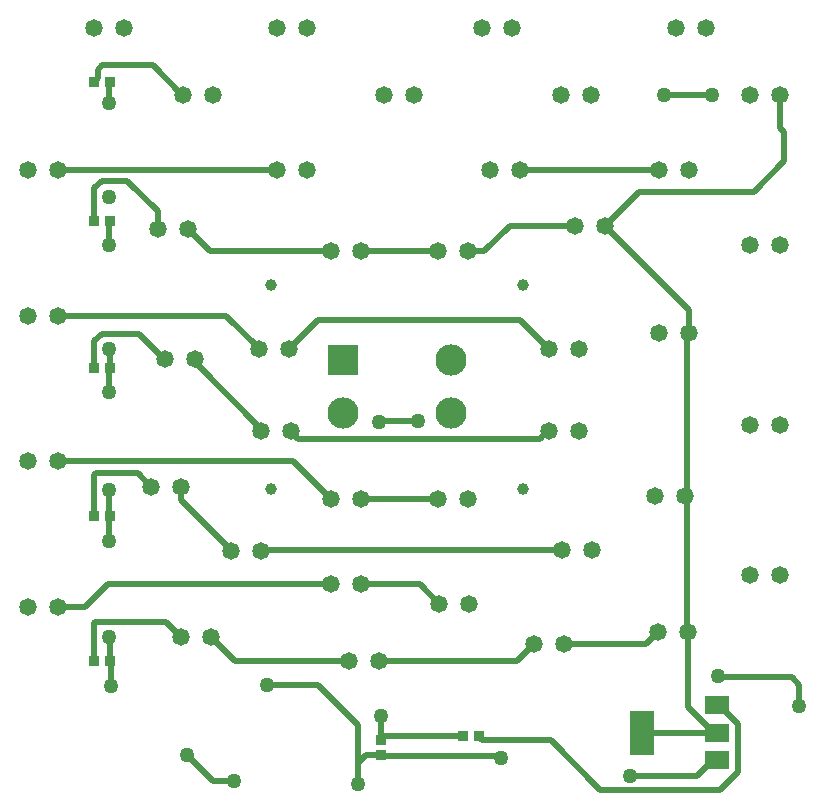
<source format=gbr>
%TF.GenerationSoftware,Altium Limited,Altium Designer,19.0.10 (269)*%
G04 Layer_Physical_Order=2*
G04 Layer_Color=16711680*
%FSLAX26Y26*%
%MOIN*%
%TF.FileFunction,Copper,L2,Bot,Signal*%
%TF.Part,Single*%
G01*
G75*
%TA.AperFunction,SMDPad,CuDef*%
%ADD11R,0.037402X0.033465*%
%ADD12R,0.033465X0.037402*%
%ADD13R,0.078740X0.149606*%
%ADD14R,0.078740X0.059055*%
%TA.AperFunction,Conductor*%
%ADD16C,0.020000*%
%TA.AperFunction,ComponentPad*%
%ADD17C,0.058268*%
%ADD18C,0.039370*%
%ADD19C,0.103937*%
%ADD20R,0.103937X0.103937*%
%TA.AperFunction,ViaPad*%
%ADD21C,0.050000*%
D11*
X1325000Y149409D02*
D03*
Y200590D02*
D03*
D12*
X369409Y2393889D02*
D03*
X420591D02*
D03*
X369409Y1440000D02*
D03*
X420591D02*
D03*
X369409Y947222D02*
D03*
X420591D02*
D03*
X369409Y465000D02*
D03*
X420591D02*
D03*
X1650591Y215000D02*
D03*
X1599409D02*
D03*
X420591Y1930000D02*
D03*
X369409D02*
D03*
D13*
X2195984Y225000D02*
D03*
D14*
X2444016Y134449D02*
D03*
Y225000D02*
D03*
Y315551D02*
D03*
D16*
X1790000Y2100000D02*
X2253333D01*
X2195984Y225000D02*
X2434173D01*
X1324409Y149409D02*
X1325000Y150000D01*
Y149409D02*
X1326968D01*
X1720571Y145571D02*
X1724409Y141732D01*
X1331791Y145571D02*
X1720571D01*
X1326772Y150591D02*
X1331791Y145571D01*
X1662323Y201299D02*
X1890512D01*
X1315000Y1265000D02*
X1450000D01*
X2379724Y80000D02*
X2439724Y140000D01*
X1020000Y1505000D02*
X1115000Y1600000D01*
X1790000D01*
X2450000Y405000D02*
X2455000Y410000D01*
X2695000D01*
X2720000Y385000D01*
Y315000D02*
Y385000D01*
X1325000Y200590D02*
Y275000D01*
X1250000Y125000D02*
Y250000D01*
Y55000D02*
Y125000D01*
X1274409Y149409D01*
X1324409D01*
X945000Y385000D02*
X1115000D01*
X940000D02*
X945000D01*
X1115000D02*
X1250000Y250000D01*
X765000Y65000D02*
X835000D01*
X680000Y150000D02*
X765000Y65000D01*
X1855000Y1205000D02*
X1880000Y1230000D01*
X1050000Y1205000D02*
X1855000D01*
X1025000Y1230000D02*
X1050000Y1205000D01*
X369409Y2395857D02*
X381142Y2407590D01*
X368552Y2395000D02*
X369409Y2395857D01*
Y2393889D02*
Y2395857D01*
X660000Y2355000D02*
X665000D01*
X660000D02*
X665000Y2350000D01*
X381142Y2435284D02*
X395858Y2450000D01*
X381142Y2407590D02*
Y2435284D01*
X365000Y2395000D02*
X368552D01*
X395858Y2450000D02*
X565000D01*
X660000Y2355000D01*
X420000Y2320000D02*
Y2325000D01*
Y2393298D01*
X2515000Y95000D02*
Y254409D01*
X2455000Y35000D02*
X2515000Y95000D01*
X2056811Y35000D02*
X2455000D01*
X2155000Y80000D02*
X2379724D01*
X420000Y1850000D02*
Y1930000D01*
X420591Y1500591D02*
X425000Y1505000D01*
X420000Y1360000D02*
Y1440000D01*
X1505000Y1005000D02*
X1515000Y1015000D01*
X1257598Y1005000D02*
X1505000D01*
X2439724Y140000D02*
X2440000D01*
X2460000Y309409D02*
X2515000Y254409D01*
X2460000Y309409D02*
Y315000D01*
X1890512Y201299D02*
X2056811Y35000D01*
X1650591Y213031D02*
X1662323Y201299D01*
X1650591Y213031D02*
Y215000D01*
X1587677Y212323D02*
X1595000Y219646D01*
Y220000D01*
X1336732Y212323D02*
X1587677D01*
X1147598Y1015000D02*
X1160000D01*
X1032598Y1130000D02*
X1147598Y1015000D01*
X250000Y1130000D02*
X1032598D01*
X1790000Y1600000D02*
X1875000Y1515000D01*
Y1510000D02*
Y1515000D01*
X915000Y1505000D02*
Y1510000D01*
X250000Y1615000D02*
X810000D01*
X915000Y1510000D01*
X980000Y2100000D02*
X985000Y2105000D01*
X250000Y2100000D02*
X980000D01*
X1965000Y1915000D02*
X1970000Y1910000D01*
X1670000Y1830000D02*
X1755000Y1915000D01*
X1965000D01*
X1615000Y1830000D02*
X1670000D01*
X1515000D02*
X1520000Y1835000D01*
X1257598Y1830000D02*
X1515000D01*
X1155000D02*
X1160000Y1835000D01*
X755833Y1830000D02*
X1155000D01*
X680833Y1905000D02*
X755833Y1830000D01*
X705000Y1460000D02*
X930000Y1235000D01*
X705000Y1460000D02*
Y1470000D01*
X1922500Y832500D02*
X1925000Y835000D01*
X927500Y832500D02*
X1922500D01*
X925000Y830000D02*
X927500Y832500D01*
X830000Y830000D02*
Y830866D01*
X660000Y1000866D02*
X830000Y830866D01*
X660000Y1000866D02*
Y1045000D01*
X1257598Y720000D02*
X1455000D01*
X1520000Y655000D01*
X1525000D01*
X340000Y645000D02*
X415000Y720000D01*
X1155000D01*
X250000Y645000D02*
X340000D01*
X1935000Y520000D02*
X2210000D01*
X2250000Y560000D01*
X2255000D01*
X1780000Y465000D02*
X1835000Y520000D01*
X1320000Y465000D02*
X1780000D01*
X840000D02*
X1220000D01*
X760000Y545000D02*
X840000Y465000D01*
X415000Y950000D02*
X420000Y945000D01*
X420591Y469409D02*
X425000Y465000D01*
Y380000D02*
Y465000D01*
X585000Y1910000D02*
Y1920000D01*
X480000Y2065000D02*
X580833Y1964167D01*
Y1910833D02*
Y1964167D01*
X580000Y1910000D02*
X580833Y1910833D01*
X395000Y2065000D02*
X480000D01*
X369409Y2039409D02*
X395000Y2065000D01*
X369409Y1930000D02*
Y2039409D01*
Y1930000D02*
X370000Y1930591D01*
X420000Y2393298D02*
X420591Y2393889D01*
X600000Y1475000D02*
X605000D01*
X520000Y1555000D02*
X600000Y1475000D01*
X395000Y1555000D02*
X520000D01*
X369409Y1529409D02*
X395000Y1555000D01*
X369409Y1445000D02*
Y1529409D01*
X420591Y1440000D02*
Y1500591D01*
X420000Y947813D02*
Y1035000D01*
Y947813D02*
X420591Y947222D01*
X420000Y865000D02*
Y945000D01*
X420591Y465000D02*
Y469409D01*
X420000Y540000D02*
X420591Y539409D01*
Y469409D02*
Y539409D01*
X369409Y1084142D02*
X375267Y1090000D01*
X515000D01*
X560000Y1045000D01*
X565000D01*
X369409Y947222D02*
Y1084142D01*
X610000Y595000D02*
X660000Y545000D01*
X375267Y595000D02*
X610000D01*
X369409Y589142D02*
X375267Y595000D01*
X369409Y465000D02*
Y589142D01*
X2655000Y2345000D02*
X2665000Y2355000D01*
X2075000Y1911667D02*
Y1915000D01*
X2670000Y2130000D02*
Y2225969D01*
X2655000Y2240969D02*
X2670000Y2225969D01*
X2655000Y2240969D02*
Y2345000D01*
X2567118Y2027118D02*
X2670000Y2130000D01*
X2183784Y2027118D02*
X2567118D01*
X2071667Y1915000D02*
X2183784Y2027118D01*
X2353333Y1558333D02*
X2355000Y1560000D01*
X2346667Y1551667D02*
X2353333Y1558333D01*
Y1557500D02*
Y1558333D01*
Y1633333D01*
X2075000Y1911667D02*
X2353333Y1633333D01*
X2345000Y565000D02*
Y1015000D01*
X2346667Y1021667D02*
Y1551667D01*
X2340000Y1015000D02*
X2346667Y1021667D01*
X2345000Y565000D02*
X2350000Y560000D01*
Y309173D02*
Y560000D01*
Y309173D02*
X2434173Y225000D01*
X2444016D01*
X2425000Y2350000D02*
X2430000Y2355000D01*
X2270000Y2350000D02*
X2425000D01*
D17*
X1157598Y1830000D02*
D03*
X1257598D02*
D03*
X2310000Y2575000D02*
D03*
X2410000D02*
D03*
X1663333D02*
D03*
X1763333D02*
D03*
X980000D02*
D03*
X1080000D02*
D03*
X1885000Y1505000D02*
D03*
X1985000D02*
D03*
X1885000Y1230000D02*
D03*
X1985000D02*
D03*
X1157598Y720000D02*
D03*
X1257598D02*
D03*
X1220000Y465000D02*
D03*
X1320000D02*
D03*
X925000Y1230000D02*
D03*
X1025000D02*
D03*
X920000Y1505000D02*
D03*
X1020000D02*
D03*
X765000Y2350000D02*
D03*
X665000D02*
D03*
X470000Y2575000D02*
D03*
X370000D02*
D03*
X2025000Y2350000D02*
D03*
X1925000D02*
D03*
X2655000D02*
D03*
X2555000D02*
D03*
X1435000D02*
D03*
X1335000D02*
D03*
X2071667Y1915000D02*
D03*
X1971667D02*
D03*
X1615000Y1830000D02*
D03*
X1515000D02*
D03*
X680833Y1905000D02*
D03*
X580833D02*
D03*
X2353333Y2100000D02*
D03*
X2253333D02*
D03*
X1790000D02*
D03*
X1690000D02*
D03*
X1080000D02*
D03*
X980000D02*
D03*
X250000D02*
D03*
X150000D02*
D03*
X2353333Y1557500D02*
D03*
X2253333D02*
D03*
X705000Y1470000D02*
D03*
X605000D02*
D03*
X2655000Y1850000D02*
D03*
X2555000D02*
D03*
X250000Y1615000D02*
D03*
X150000D02*
D03*
X2340000Y1015000D02*
D03*
X2240000D02*
D03*
X2030000Y835000D02*
D03*
X1930000D02*
D03*
X925000Y830000D02*
D03*
X825000D02*
D03*
X660000Y1045000D02*
D03*
X560000D02*
D03*
X2655000Y1250000D02*
D03*
X2555000D02*
D03*
X1615000Y1005000D02*
D03*
X1515000D02*
D03*
X1257598D02*
D03*
X1157598D02*
D03*
X250000Y1130000D02*
D03*
X150000D02*
D03*
X2350000Y560000D02*
D03*
X2250000D02*
D03*
X1935000Y520000D02*
D03*
X1835000D02*
D03*
X760000Y545000D02*
D03*
X660000D02*
D03*
X2655000Y750000D02*
D03*
X2555000D02*
D03*
X1620000Y655000D02*
D03*
X1520000D02*
D03*
X250000Y645000D02*
D03*
X150000D02*
D03*
D18*
X1798032Y1037402D02*
D03*
X957874D02*
D03*
Y1718504D02*
D03*
X1798032D02*
D03*
D19*
X1198425Y1290354D02*
D03*
X1557480D02*
D03*
Y1465551D02*
D03*
D20*
X1198425D02*
D03*
D21*
X1724409Y141732D02*
D03*
X2450000Y415000D02*
D03*
X2720000Y315000D02*
D03*
X1320000Y1260000D02*
D03*
X1450000Y1265000D02*
D03*
X1325000Y280000D02*
D03*
X945000Y385000D02*
D03*
X1250000Y55000D02*
D03*
X835000Y65000D02*
D03*
X680000Y150000D02*
D03*
X420000Y2325000D02*
D03*
X2155000Y80000D02*
D03*
X420000Y2010000D02*
D03*
Y1850000D02*
D03*
Y1505000D02*
D03*
Y1360000D02*
D03*
Y1035000D02*
D03*
Y865000D02*
D03*
Y545000D02*
D03*
X425000Y380000D02*
D03*
X2430000Y2350000D02*
D03*
X2270000D02*
D03*
%TF.MD5,09955b7d4ba805a57f4d18558b80aa3a*%
M02*

</source>
